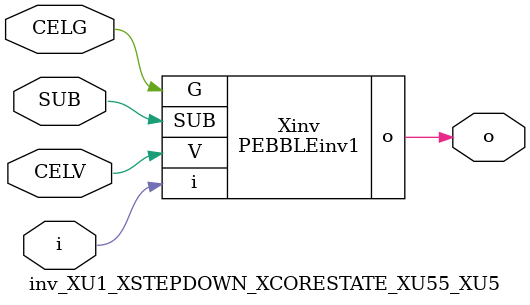
<source format=v>



module PEBBLEinv1 ( o, G, SUB, V, i );

  input V;
  input i;
  input G;
  output o;
  input SUB;
endmodule

//Celera Confidential Do Not Copy inv_XU1_XSTEPDOWN_XCORESTATE_XU55_XU5
//Celera Confidential Symbol Generator
//5V Inverter
module inv_XU1_XSTEPDOWN_XCORESTATE_XU55_XU5 (CELV,CELG,i,o,SUB);
input CELV;
input CELG;
input i;
input SUB;
output o;

//Celera Confidential Do Not Copy inv
PEBBLEinv1 Xinv(
.V (CELV),
.i (i),
.o (o),
.SUB (SUB),
.G (CELG)
);
//,diesize,PEBBLEinv1

//Celera Confidential Do Not Copy Module End
//Celera Schematic Generator
endmodule

</source>
